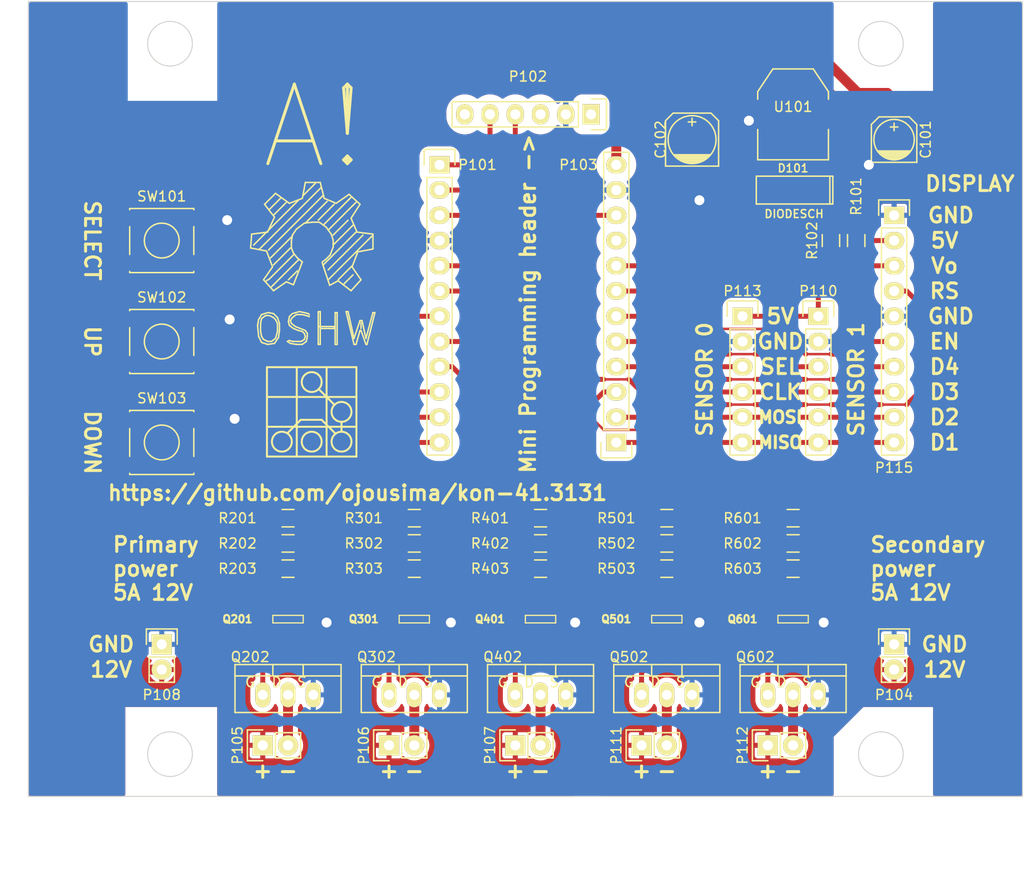
<source format=kicad_pcb>
(kicad_pcb (version 20221018) (generator pcbnew)
  (layers (0 "F.Cu" signal) (31 "B.Cu" signal) (34 "B.Paste" user) (35 "F.Paste" user) (36 "B.SilkS" user "B.Silkscreen") (37 "F.SilkS" user "F.Silkscreen") (38 "B.Mask" user) (39 "F.Mask" user) (44 "Edge.Cuts" user))
  (net 0 "")
  (net 1 "/TXO")
  (net 2 "/RXI")
  (net 3 "/PWM0/INV_PWM")
  (net 4 "/PWM1/INV_PWM")
  (net 5 "/PWM2/INV_PWM")
  (net 6 "/MOSI")
  (net 7 "/MISO")
  (net 8 "/SCLK")
  (net 9 "/SEL0")
  (net 10 "/SEL1")
  (net 11 "/SEL2")
  (net 12 "/PWM0/12V")
  (net 13 "/PWM0/Drain")
  (net 14 "/PWM1/Drain")
  (net 15 "/PWM2/Drain")
  (net 16 "/5V")
  (net 17 "Net-(Q201-Pad2)")
  (net 18 "Net-(Q201-Pad3)")
  (net 19 "Net-(Q301-Pad2)")
  (net 20 "Net-(Q301-Pad3)")
  (net 21 "Net-(Q401-Pad2)")
  (net 22 "Net-(Q401-Pad3)")
  (net 23 "/RS")
  (net 24 "/BT0")
  (net 25 "/PWM3/INV_PWM")
  (net 26 "/BT1")
  (net 27 "/BT2")
  (net 28 "Net-(P102-Pad1)")
  (net 29 "/Vcc")
  (net 30 "/DTR")
  (net 31 "/PWM4/INV_PWM")
  (net 32 "/PWM3/Drain")
  (net 33 "/PWM4/Drain")
  (net 34 "/Vo")
  (net 35 "Net-(Q501-Pad2)")
  (net 36 "Net-(Q501-Pad3)")
  (net 37 "Net-(Q601-Pad2)")
  (net 38 "Net-(Q601-Pad3)")
  (net 39 "/RESET")
  (net 40 "GND")
  (net 41 "/D4")
  (net 42 "/3V3")
  (net 43 "/PWM3/12V")
  (footprint "Pin_Headers:Pin_Header_Straight_1x06" (layer "F.Cu") (at 101.6 86.36 -90)
    (fp_text reference "P102")
    (fp_text value "CONN_01X06")
  )
  (footprint "Pin_Headers:Pin_Header_Straight_1x02" (layer "F.Cu") (at 119.38 149.86 90)
    (fp_text reference "P112")
    (fp_text value "CONN_01X02")
  )
  (footprint "Pin_Headers:Pin_Header_Straight_1x06" (layer "F.Cu") (at 116.84 106.68)
    (fp_text reference "P113")
    (fp_text value "CONN_01X06")
  )
  (footprint "Pin_Headers:Pin_Header_Straight_1x10" (layer "F.Cu") (at 132.08 96.52)
    (fp_text reference "P115")
    (fp_text value "CONN_01X10")
  )
  (footprint "smd_packages_fork:SOT23EBC" (layer "F.Cu") (at 109.22 137.16 180)
    (fp_text reference "Q501")
    (fp_text value "BC850" hide)
  )
  (footprint "Transistors_TO-220:TO-220_FET-GDS_Vertical" (layer "F.Cu") (at 109.22 144.78)
    (fp_text reference "Q502")
    (fp_text value "IRF530N")
  )
  (footprint "smd_packages_fork:SOT23EBC" (layer "F.Cu") (at 121.92 137.16 180)
    (fp_text reference "Q601")
    (fp_text value "BC850" hide)
  )
  (footprint "Resistors_SMD:R_0805_HandSoldering" (layer "F.Cu") (at 125.73 99.06 -90)
    (fp_text reference "R101")
    (fp_text value "R")
  )
  (footprint "Resistors_SMD:R_0805_HandSoldering" (layer "F.Cu") (at 128.27 99.06 90)
    (fp_text reference "R102")
    (fp_text value "R")
  )
  (footprint "Resistors_SMD:R_0805_HandSoldering" (layer "F.Cu") (at 109.22 129.54)
    (fp_text reference "R502")
    (fp_text value "1k")
  )
  (footprint "Resistors_SMD:R_0805_HandSoldering" (layer "F.Cu") (at 109.22 132.08)
    (fp_text reference "R503")
    (fp_text value "10k")
  )
  (footprint "Resistors_SMD:R_0805_HandSoldering" (layer "F.Cu") (at 121.92 127)
    (fp_text reference "R601")
    (fp_text value "10k")
  )
  (footprint "Resistors_SMD:R_0805_HandSoldering" (layer "F.Cu") (at 121.92 129.54)
    (fp_text reference "R602")
    (fp_text value "1k")
  )
  (footprint "Resistors_SMD:R_0805_HandSoldering" (layer "F.Cu") (at 121.92 132.08)
    (fp_text reference "R603")
    (fp_text value "10k")
  )
  (footprint "SMD_Switches:SW_SPST_PTS645" (layer "F.Cu") (at 58.42 99.06)
    (fp_text reference "SW101")
    (fp_text value "SPST")
  )
  (footprint "SMD_Switches:SW_SPST_PTS645" (layer "F.Cu") (at 58.42 109.22)
    (fp_text reference "SW102")
    (fp_text value "SPST")
  )
  (footprint "SMD_Switches:SW_SPST_PTS645" (layer "F.Cu") (at 58.42 119.38)
    (fp_text reference "SW103")
    (fp_text value "SPST")
  )
  (footprint "Pin_Headers:Pin_Header_Straight_1x12" (layer "F.Cu") (at 86.36 91.44)
    (fp_text reference "P101")
    (fp_text value "CONN_01X12")
  )
  (footprint "Pin_Headers:Pin_Header_Straight_1x12" (layer "F.Cu") (at 104.14 119.38 180)
    (fp_text reference "P103")
    (fp_text value "CONN_01X12")
  )
  (footprint "Pin_Headers:Pin_Header_Straight_1x02" (layer "F.Cu") (at 68.58 149.86 90)
    (fp_text reference "P105")
    (fp_text value "CONN_01X02")
  )
  (footprint "Pin_Headers:Pin_Header_Straight_1x02" (layer "F.Cu") (at 81.28 149.86 90)
    (fp_text reference "P106")
    (fp_text value "CONN_01X02")
  )
  (footprint "Pin_Headers:Pin_Header_Straight_1x02" (layer "F.Cu") (at 93.98 149.86 90)
    (fp_text reference "P107")
    (fp_text value "CONN_01X02")
  )
  (footprint "Pin_Headers:Pin_Header_Straight_1x06" (layer "F.Cu") (at 124.46 106.68)
    (fp_text reference "P110")
    (fp_text value "CONN_01X06")
  )
  (footprint "smd_packages_fork:SOT23EBC" (layer "F.Cu") (at 71.12 137.16 180)
    (fp_text reference "Q201")
    (fp_text value "BC850" hide)
  )
  (footprint "Transistors_TO-220:TO-220_FET-GDS_Vertical" (layer "F.Cu") (at 71.12 144.78)
    (fp_text reference "Q202")
    (fp_text value "IRF530N")
  )
  (footprint "smd_packages_fork:SOT23EBC" (layer "F.Cu") (at 83.82 137.16 180)
    (fp_text reference "Q301")
    (fp_text value "BC850" hide)
  )
  (footprint "smd_packages_fork:SOT23EBC" (layer "F.Cu") (at 96.52 137.16 180)
    (fp_text reference "Q401")
    (fp_text value "BC850" hide)
  )
  (footprint "Transistors_TO-220:TO-220_FET-GDS_Vertical" (layer "F.Cu") (at 96.52 144.78)
    (fp_text reference "Q402")
    (fp_text value "IRF530N")
  )
  (footprint "Resistors_SMD:R_0805_HandSoldering" (layer "F.Cu") (at 71.12 127)
    (fp_text reference "R201")
    (fp_text value "10k")
  )
  (footprint "Resistors_SMD:R_0805_HandSoldering" (layer "F.Cu") (at 71.12 129.54)
    (fp_text reference "R202")
    (fp_text value "1k")
  )
  (footprint "Resistors_SMD:R_0805_HandSoldering" (layer "F.Cu") (at 71.12 132.08)
    (fp_text reference "R203")
    (fp_text value "10k")
  )
  (footprint "Resistors_SMD:R_0805_HandSoldering" (layer "F.Cu") (at 83.82 127)
    (fp_text reference "R301")
    (fp_text value "10k")
  )
  (footprint "Resistors_SMD:R_0805_HandSoldering" (layer "F.Cu") (at 83.82 129.54)
    (fp_text reference "R302")
    (fp_text value "1k")
  )
  (footprint "Resistors_SMD:R_0805_HandSoldering" (layer "F.Cu") (at 83.82 132.08)
    (fp_text reference "R303")
    (fp_text value "10k")
  )
  (footprint "Resistors_SMD:R_0805_HandSoldering" (layer "F.Cu") (at 96.52 127)
    (fp_text reference "R401")
    (fp_text value "10k")
  )
  (footprint "Resistors_SMD:R_0805_HandSoldering" (layer "F.Cu") (at 96.52 129.54)
    (fp_text reference "R402")
    (fp_text value "1k")
  )
  (footprint "Resistors_SMD:R_0805_HandSoldering" (layer "F.Cu") (at 96.52 132.08)
    (fp_text reference "R403")
    (fp_text value "10k")
  )
  (footprint "Pin_Headers:Pin_Header_Straight_1x02" (layer "F.Cu") (at 58.42 139.7)
    (fp_text reference "P108")
    (fp_text value "CONN_01X02")
  )
  (footprint "Pin_Headers:Pin_Header_Straight_1x02" (layer "F.Cu") (at 106.68 149.86 90)
    (fp_text reference "P111")
    (fp_text value "CONN_01X02")
  )
  (footprint "Resistors_SMD:R_0805_HandSoldering" (layer "F.Cu") (at 109.22 127)
    (fp_text reference "R501")
    (fp_text value "10k")
  )
  (footprint "Transistors_TO-220:TO-220_FET-GDS_Vertical" (layer "F.Cu") (at 121.92 144.78)
    (fp_text reference "Q602")
    (fp_text value "IRF530N")
  )
  (footprint "Transistors_TO-220:TO-220_FET-GDS_Vertical" (layer "F.Cu") (at 83.82 144.78)
    (fp_text reference "Q302")
    (fp_text value "IRF530N")
  )
  (footprint "SMD_Capacitors:c_elec_4x5.3" (layer "F.Cu") (at 132.08 88.9 90)
    (fp_text reference "C101")
    (fp_text value "10u")
  )
  (footprint "Pin_Headers:Pin_Header_Straight_1x02" (layer "F.Cu") (at 132.08 139.7)
    (fp_text reference "P104")
    (fp_text value "CONN_01X02")
  )
  (footprint "SMD_Packages:SOT-223" (layer "F.Cu") (at 121.92 86.36)
    (fp_text reference "U101")
    (fp_text value "LD1117S50TR")
  )
  (footprint "smd_diodes:SMA_WAVE" (layer "F.Cu") (at 121.92 93.98)
    (fp_text reference "D101")
    (fp_text value "DIODESCH")
  )
  (footprint "Symbols:Symbol_OSHW-Logo_SilkScreen_BIG" (layer "F.Cu") (at 73.66 80.01)
    (fp_text reference "LOGO101" hide)
    (fp_text value "OPEN_HARDWARE_2")
  )
  (footprint "SMD_Capacitors:c_elec_5x5.8" (layer "F.Cu") (at 111.76 88.9 90)
    (fp_text reference "C102")
    (fp_text value "100u")
  )
  (gr_line (start 69 117.8) (end 78 117.8) (stroke (width 0.2)) (layer "F.SilkS"))
  (gr_line (start 75 111.8) (end 75 120.8) (stroke (width 0.2)) (layer "F.SilkS"))
  (gr_circle (center 73.5 119.3) (end 74.5 119.3) (stroke (width 0.2)) (fill none) (layer "F.SilkS"))
  (gr_line (start 69 111.8) (end 78 111.8) (stroke (width 0.2)) (layer "F.SilkS"))
  (gr_line (start 71.1 118.4) (end 72.4 117.1) (stroke (width 0.2)) (layer "F.SilkS"))
  (gr_line (start 69 120.8) (end 69 111.8) (stroke (width 0.2)) (layer "F.SilkS"))
  (gr_line (start 74.2 114) (end 75.8 115.6) (stroke (width 0.2)) (layer "F.SilkS"))
  (gr_line (start 72 111.8) (end 72 120.8) (stroke (width 0.2)) (layer "F.SilkS"))
  (gr_line (start 78 120.8) (end 69 120.8) (stroke (width 0.2)) (layer "F.SilkS"))
  (gr_circle (center 76.5 116.3) (end 77.5 116.3) (stroke (width 0.2)) (fill none) (layer "F.SilkS"))
  (gr_circle (center 73.5 113.3) (end 74.5 113.3) (stroke (width 0.2)) (fill none) (layer "F.SilkS"))
  (gr_line (start 78 111.8) (end 78 120.8) (stroke (width 0.2)) (layer "F.SilkS"))
  (gr_circle (center 76.5 119.3) (end 77.5 119.3) (stroke (width 0.2)) (fill none) (layer "F.SilkS"))
  (gr_line (start 74.5 117.1) (end 75.9 118.5) (stroke (width 0.2)) (layer "F.SilkS"))
  (gr_line (start 69 114.8) (end 78 114.8) (stroke (width 0.2)) (layer "F.SilkS"))
  (gr_circle (center 70.5 119.3) (end 71.5 119.3) (stroke (width 0.2)) (fill none) (layer "F.SilkS"))
  (gr_line (start 76.5 118.3) (end 76.5 117.3) (stroke (width 0.2)) (layer "F.SilkS"))
  (gr_line (start 72.4 117.1) (end 74.5 117.1) (stroke (width 0.2)) (layer "F.SilkS"))
  (gr_circle (center 59.25 79.25) (end 61.5 79.25) (stroke (width 0.1)) (fill none) (layer "Edge.Cuts"))
  (gr_line (start 45 75) (end 45 155) (stroke (width 0.1)) (layer "Edge.Cuts"))
  (gr_line (start 145 75) (end 50 75) (stroke (width 0.1)) (layer "Edge.Cuts"))
  (gr_line (start 50 75) (end 45 75) (stroke (width 0.1)) (layer "Edge.Cuts"))
  (gr_line (start 145 155) (end 145 75) (stroke (width 0.1)) (layer "Edge.Cuts"))
  (gr_circle (center 130.75 150.75) (end 133 150.75) (stroke (width 0.1)) (fill none) (layer "Edge.Cuts"))
  (gr_circle (center 130.75 79.25) (end 128.5 79.25) (stroke (width 0.1)) (fill none) (layer "Edge.Cuts"))
  (gr_line (start 45 155) (end 145 155) (stroke (width 0.1)) (layer "Edge.Cuts"))
  (gr_circle (center 59.25 150.75) (end 61.5 150.75) (stroke (width 0.1)) (fill none) (layer "Edge.Cuts"))
  (gr_text "-" (at 109.22 152.4) (layer "F.SilkS") (effects (font (size 1.5 1.5) (thickness 0.3))))
  (gr_text "+" (at 106.68 152.4) (layer "F.SilkS") (effects (font (size 1.5 1.5) (thickness 0.3))))
  (gr_text "+" (at 81.28 152.4) (layer "F.SilkS") (effects (font (size 1.5 1.5) (thickness 0.3))))
  (gr_text "-" (at 83.82 152.4) (layer "F.SilkS") (effects (font (size 1.5 1.5) (thickness 0.3))))
  (gr_text "-" (at 96.52 152.4) (layer "F.SilkS") (effects (font (size 1.5 1.5) (thickness 0.3))))
  (gr_text "+" (at 93.98 152.4) (layer "F.SilkS") (effects (font (size 1.5 1.5) (thickness 0.3))))
  (gr_text "-" (at 71.12 152.4) (layer "F.SilkS") (effects (font (size 1.5 1.5) (thickness 0.3))))
  (gr_text "+" (at 68.58 152.4) (layer "F.SilkS") (effects (font (size 1.5 1.5) (thickness 0.3))))
  (gr_text "SEL" (at 120.65 111.76) (layer "F.SilkS") (effects (font (size 1.5 1.5) (thickness 0.3))))
  (gr_text "https://github.com/ojousima/kon-41.3131" (at 78.105 124.46) (layer "F.SilkS") (effects (font (size 1.5 1.5) (thickness 0.3))))
  (gr_text "GND" (at 137.795 106.68) (layer "F.SilkS") (effects (font (size 1.5 1.5) (thickness 0.3))))
  (gr_text "GND" (at 120.65 109.22) (layer "F.SilkS") (effects (font (size 1.5 1.5) (thickness 0.3))))
  (gr_text "D3" (at 137.16 114.3) (layer "F.SilkS") (effects (font (size 1.5 1.5) (thickness 0.3))))
  (gr_text "RS" (at 137.16 104.14) (layer "F.SilkS") (effects (font (size 1.5 1.5) (thickness 0.3))))
  (gr_text "D2" (at 137.16 116.84) (layer "F.SilkS") (effects (font (size 1.5 1.5) (thickness 0.3))))
  (gr_text "UP" (at 51.435 109.22 270) (layer "F.SilkS") (effects (font (size 1.5 1.5) (thickness 0.3))))
  (gr_text "Vo" (at 137.16 101.6) (layer "F.SilkS") (effects (font (size 1.5 1.5) (thickness 0.3))))
  (gr_text "A!" (at 73.66 87.63) (layer "F.SilkS") (effects (font (size 8 8) (thickness 0.3))))
  (gr_text "GND" (at 53.34 139.7) (layer "F.SilkS") (effects (font (size 1.5 1.5) (thickness 0.3))))
  (gr_text "5V" (at 120.65 106.68) (layer "F.SilkS") (effects (font (size 1.5 1.5) (thickness 0.3))))
  (gr_text "DOWN" (at 51.435 119.38 270) (layer "F.SilkS") (effects (font (size 1.5 1.5) (thickness 0.3))))
  (gr_text "EN" (at 137.16 109.22) (layer "F.SilkS") (effects (font (size 1.5 1.5) (thickness 0.3))))
  (gr_text "12V" (at 137.16 142.24) (layer "F.SilkS") (effects (font (size 1.5 1.5) (thickness 0.3))))
  (gr_text "SELECT" (at 51.435 99.06 270) (layer "F.SilkS") (effects (font (size 1.5 1.5) (thickness 0.3))))
  (gr_text "5V" (at 137.16 99.06) (layer "F.SilkS") (effects (font (size 1.5 1.5) (thickness 0.3))))
  (gr_text "D4" (at 137.16 111.76) (layer "F.SilkS") (effects (font (size 1.5 1.5) (thickness 0.3))))
  (gr_text "Mini Programming header ->" (at 95.25 105.41 90) (layer "F.SilkS") (effects (font (size 1.5 1.5) (thickness 0.3))))
  (gr_text "-" (at 121.92 152.4) (layer "F.SilkS") (effects (font (size 1.5 1.5) (thickness 0.3))))
  (gr_text "Secondary \npower\n5A 12V" (at 129.54 132.08) (layer "F.SilkS") (effects (font (size 1.5 1.5) (thickness 0.3)) (justify left)))
  (gr_text "GND" (at 137.795 96.52) (layer "F.SilkS") (effects (font (size 1.5 1.5) (thickness 0.3))))
  (gr_text "DISPLAY" (at 139.7 93.345) (layer "F.SilkS") (effects (font (size 1.5 1.5) (thickness 0.3))))
  (gr_text "MISO" (at 120.65 119.38) (layer "F.SilkS") (effects (font (size 1.2 1.2) (thickness 0.3))))
  (gr_text "Primary \npower \n5A 12V" (at 53.34 132.08) (layer "F.SilkS") (effects (font (size 1.5 1.5) (thickness 0.3)) (justify left)))
  (gr_text "CLK" (at 120.65 114.3) (layer "F.SilkS") (effects (font (size 1.5 1.5) (thickness 0.3))))
  (gr_text "GND" (at 137.16 139.7) (layer "F.SilkS") (effects (font (size 1.5 1.5) (thickness 0.3))))
  (gr_text "+" (at 119.38 152.4) (layer "F.SilkS") (effects (font (size 1.5 1.5) (thickness 0.3))))
  (gr_text "D1" (at 137.16 119.38) (layer "F.SilkS") (effects (font (size 1.5 1.5) (thickness 0.3))))
  (gr_text "12V" (at 53.34 142.24) (layer "F.SilkS") (effects (font (size 1.5 1.5) (thickness 0.3))))
  (gr_text "MOSI" (at 120.65 116.84) (layer "F.SilkS") (effects (font (size 1.2 1.2) (thickness 0.3))))
  (gr_text "SENSOR 0" (at 113.03 113.03 90) (layer "F.SilkS") (effects (font (size 1.5 1.5) (thickness 0.3))))
  (gr_text "SENSOR 1" (at 128.27 113.03 90) (layer "F.SilkS") (effects (font (size 1.5 1.5) (thickness 0.3))))
  (segment (start 89.81 91.44) (end 91.44 89.81) (width 0.5) (layer "F.Cu") (net 1))
  (segment (start 91.44 89.81) (end 91.44 86.36) (width 0.5) (layer "F.Cu") (net 1))
  (segment (start 86.36 91.44) (end 89.81 91.44) (width 0.5) (layer "F.Cu") (net 1))
  (segment (start 90.52 93.98) (end 93.98 90.52) (width 0.5) (layer "F.Cu") (net 2))
  (segment (start 93.98 90.52) (end 93.98 86.36) (width 0.5) (layer "F.Cu") (net 2))
  (segment (start 86.36 93.98) (end 90.52 93.98) (width 0.5) (layer "F.Cu") (net 2))
  (segment (start 74.93 127) (end 82.55 119.38) (width 0.5) (layer "F.Cu") (net 3))
  (segment (start 82.55 119.38) (end 86.36 119.38) (width 0.5) (layer "F.Cu") (net 3))
  (segment (start 72.47 127) (end 72.47 129.54) (width 0.25) (layer "F.Cu") (net 3))
  (segment (start 72.47 127) (end 74.93 127) (width 0.5) (layer "F.Cu") (net 3))
  (segment (start 85.17 127) (end 85.17 129.54) (width 0.25) (layer "F.Cu") (net 4))
  (segment (start 87.63 111.76) (end 88.9 113.03) (width 0.5) (layer "F.Cu") (net 4))
  (segment (start 88.9 113.03) (end 88.9 125.73) (width 0.5) (layer "F.Cu") (net 4))
  (segment (start 88.9 125.73) (end 87.63 127) (width 0.5) (layer "F.Cu") (net 4))
  (segment (start 87.63 127) (end 85.17 127) (width 0.5) (layer "F.Cu") (net 4))
  (segment (start 86.36 111.76) (end 87.63 111.76) (width 0.5) (layer "F.Cu") (net 4))
  (segment (start 97.87 127) (end 97.87 129.54) (width 0.25) (layer "F.Cu") (net 5))
  (segment (start 90.17 109.22) (end 97.87 116.92) (width 0.5) (layer "F.Cu") (net 5))
  (segment (start 97.87 116.92) (end 97.87 127) (width 0.5) (layer "F.Cu") (net 5))
  (segment (start 86.36 109.22) (end 90.17 109.22) (width 0.5) (layer "F.Cu") (net 5))
  (segment (start 124.46 116.84) (end 132.08 116.84) (width 0.5) (layer "F.Cu") (net 6))
  (segment (start 116.84 116.84) (end 124.46 116.84) (width 0.5) (layer "F.Cu") (net 6))
  (segment (start 104.14 116.84) (end 116.84 116.84) (width 0.5) (layer "F.Cu") (net 6))
  (segment (start 102.87 114.3) (end 101.6 115.57) (width 0.5) (layer "F.Cu") (net 7))
  (segment (start 101.6 115.57) (end 101.6 116.84) (width 0.5) (layer "F.Cu") (net 7))
  (segment (start 102.87 118.11) (end 106.68 118.11) (width 0.25) (layer "F.Cu") (net 7))
  (segment (start 111.76 118.11) (end 113.03 119.38) (width 0.5) (layer "F.Cu") (net 7))
  (segment (start 113.03 119.38) (end 116.84 119.38) (width 0.5) (layer "F.Cu") (net 7))
  (segment (start 101.6 116.84) (end 102.87 118.11) (width 0.25) (layer "F.Cu") (net 7))
  (segment (start 124.46 119.38) (end 132.08 119.38) (width 0.5) (layer "F.Cu") (net 7))
  (segment (start 104.14 114.3) (end 102.87 114.3) (width 0.5) (layer "F.Cu") (net 7))
  (segment (start 116.84 119.38) (end 124.46 119.38) (width 0.5) (layer "F.Cu") (net 7))
  (segment (start 106.68 118.11) (end 111.76 118.11) (width 0.5) (layer "F.Cu") (net 7))
  (segment (start 107.95 111.76) (end 110.49 114.3) (width 0.5) (layer "F.Cu") (net 8))
  (segment (start 110.49 114.3) (end 116.84 114.3) (width 0.5) (layer "F.Cu") (net 8))
  (segment (start 116.84 114.3) (end 124.46 114.3) (width 0.5) (layer "F.Cu") (net 8))
  (segment (start 104.14 111.76) (end 107.95 111.76) (width 0.5) (layer "F.Cu") (net 8))
  (segment (start 124.46 114.3) (end 132.08 114.3) (width 0.5) (layer "F.Cu") (net 8))
  (segment (start 107.95 106.68) (end 113.03 111.76) (width 0.5) (layer "F.Cu") (net 9))
  (segment (start 113.03 111.76) (end 116.84 111.76) (width 0.5) (layer "F.Cu") (net 9))
  (segment (start 104.14 106.68) (end 107.95 106.68) (width 0.5) (layer "F.Cu") (net 9))
  (segment (start 107.95 104.14) (end 114.3 110.49) (width 0.5) (layer "F.Cu") (net 10))
  (segment (start 120.65 110.49) (end 121.92 111.76) (width 0.5) (layer "F.Cu") (net 10))
  (segment (start 121.92 111.76) (end 124.46 111.76) (width 0.5) (layer "F.Cu") (net 10))
  (segment (start 118.11 110.49) (end 115.57 110.49) (width 0.25) (layer "F.Cu") (net 10))
  (segment (start 104.14 104.14) (end 107.95 104.14) (width 0.5) (layer "F.Cu") (net 10))
  (segment (start 118.11 110.49) (end 120.65 110.49) (width 0.5) (layer "F.Cu") (net 10))
  (segment (start 115.57 110.49) (end 114.3 110.49) (width 0.5) (layer "F.Cu") (net 10))
  (segment (start 107.95 101.6) (end 114.3 107.95) (width 0.5) (layer "F.Cu") (net 11))
  (segment (start 120.65 107.95) (end 123.19 110.49) (width 0.5) (layer "F.Cu") (net 11))
  (segment (start 127 110.49) (end 128.27 109.22) (width 0.5) (layer "F.Cu") (net 11))
  (segment (start 128.27 109.22) (end 132.08 109.22) (width 0.5) (layer "F.Cu") (net 11))
  (segment (start 119.38 107.95) (end 114.3 107.95) (width 0.25) (layer "F.Cu") (net 11))
  (segment (start 125.73 110.49) (end 127 110.49) (width 0.5) (layer "F.Cu") (net 11))
  (segment (start 104.14 101.6) (end 107.95 101.6) (width 0.5) (layer "F.Cu") (net 11))
  (segment (start 125.73 110.49) (end 123.19 110.49) (width 0.25) (layer "F.Cu") (net 11))
  (segment (start 119.38 107.95) (end 120.65 107.95) (width 0.5) (layer "F.Cu") (net 11))
  (segment (start 51.14 142.24) (end 49.5 140.6) (width 1) (layer "F.Cu") (net 12))
  (segment (start 49.5 140.6) (end 49.5 92.4) (width 1) (layer "F.Cu") (net 12))
  (segment (start 49.5 92.4) (end 54.9 87) (width 1) (layer "F.Cu") (net 12))
  (segment (start 54.9 87) (end 66.5 87) (width 1) (layer "F.Cu") (net 12))
  (segment (start 66.5 87) (end 74.2 79.3) (width 1) (layer "F.Cu") (net 12))
  (segment (start 129.2 84.2) (end 131.4 84.2) (width 1) (layer "F.Cu") (net 12))
  (segment (start 131.4 84.2) (end 132.08 84.88) (width 1) (layer "F.Cu") (net 12))
  (segment (start 132.08 87.09914) (end 132.08 84.88) (width 1) (layer "F.Cu") (net 12))
  (segment (start 128.45 84.2) (end 123.55 79.3) (width 1) (layer "F.Cu") (net 12))
  (segment (start 123.55 79.3) (end 123.5 79.25) (width 1) (layer "F.Cu") (net 12))
  (segment (start 123.5 79.25) (end 123.5 79.3) (width 1) (layer "F.Cu") (net 12))
  (segment (start 74.25 79.25) (end 74.2 79.3) (width 1) (layer "F.Cu") (net 12))
  (segment (start 128.90086 87.09914) (end 127.5 88.5) (width 1) (layer "F.Cu") (net 12))
  (segment (start 127.5 88.5) (end 127.5 93.5) (width 1) (layer "F.Cu") (net 12))
  (segment (start 127.5 93.5) (end 127.02 93.98) (width 1) (layer "F.Cu") (net 12))
  (segment (start 127.02 93.98) (end 123.92 93.98) (width 1) (layer "F.Cu") (net 12))
  (segment (start 123.92 89.948) (end 124.206 89.662) (width 1) (layer "F.Cu") (net 12))
  (segment (start 129.2 84.2) (end 128.45 84.2) (width 1) (layer "F.Cu") (net 12))
  (segment (start 123.5 79.25) (end 74.25 79.25) (width 1) (layer "F.Cu") (net 12))
  (segment (start 123.92 93.98) (end 123.92 89.948) (width 1) (layer "F.Cu") (net 12))
  (segment (start 132.08 87.09914) (end 128.90086 87.09914) (width 1) (layer "F.Cu") (net 12))
  (segment (start 51.14 142.24) (end 58.42 142.24) (width 1) (layer "F.Cu") (net 12))
  (segment (start 71.12 144.78) (end 71.12 149.86) (width 1) (layer "F.Cu") (net 13))
  (segment (start 83.82 144.78) (end 83.82 149.86) (width 1) (layer "F.Cu") (net 14))
  (segment (start 96.52 144.78) (end 96.52 149.86) (width 1) (layer "F.Cu") (net 15))
  (segment (start 114.59914 87.09914) (end 116 88.5) (width 1) (layer "F.Cu") (net 16))
  (segment (start 116 88.5) (end 116 93.25) (width 1) (layer "F.Cu") (net 16))
  (segment (start 116 93.25) (end 116.73 93.98) (width 1) (layer "F.Cu") (net 16))
  (segment (start 116.73 93.98) (end 119.92 93.98) (width 1) (layer "F.Cu") (net 16))
  (segment (start 121.92 90.33) (end 120.5 91.75) (width 1) (layer "F.Cu") (net 16))
  (segment (start 120.5 91.75) (end 120.5 93.4) (width 1) (layer "F.Cu") (net 16))
  (segment (start 120.5 93.4) (end 119.92 93.98) (width 1) (layer "F.Cu") (net 16))
  (segment (start 105.90086 87.09914) (end 104.14 88.86) (width 1) (layer "F.Cu") (net 16))
  (segment (start 104.14 88.86) (end 104.14 91.44) (width 1) (layer "F.Cu") (net 16))
  (segment (start 124.46 100.29) (end 124.46 100.3) (width 0.5) (layer "F.Cu") (net 16))
  (segment (start 119.92 102.17) (end 121.5 103.75) (width 0.5) (layer "F.Cu") (net 16))
  (segment (start 121.5 103.75) (end 124.46 103.75) (width 0.5) (layer "F.Cu") (net 16))
  (segment (start 124.46 103.75) (end 124.46 106.68) (width 0.5) (layer "F.Cu") (net 16))
  (segment (start 124.46 100.3) (end 124.46 103.75) (width 0.5) (layer "F.Cu") (net 16))
  (segment (start 124.46 98.04) (end 124.79 97.71) (width 0.5) (layer "F.Cu") (net 16))
  (segment (start 124.79 97.71) (end 125.73 97.71) (width 0.5) (layer "F.Cu") (net 16))
  (segment (start 125.8 99.06) (end 125.69 99.06) (width 0.5) (layer "F.Cu") (net 16))
  (segment (start 124.46 99.06) (end 124.4 99) (width 0.5) (layer "F.Cu") (net 16))
  (segment (start 124.4 99) (end 124.46 99) (width 0.5) (layer "F.Cu") (net 16))
  (segment (start 124.46 99) (end 124.46 98.04) (width 0.5) (layer "F.Cu") (net 16))
  (segment (start 111.76 87.09914) (end 105.90086 87.09914) (width 1) (layer "F.Cu") (net 16))
  (segment (start 125.8 99.06) (end 124.46 99.06) (width 0.5) (layer "F.Cu") (net 16))
  (segment (start 119.92 93.98) (end 119.92 102.17) (width 0.5) (layer "F.Cu") (net 16))
  (segment (start 132.08 99.06) (end 125.8 99.06) (width 0.5) (layer "F.Cu") (net 16))
  (segment (start 111.76 87.09914) (end 114.59914 87.09914) (width 1) (layer "F.Cu") (net 16))
  (segment (start 124.46 100.3) (end 124.46 99) (width 0.5) (layer "F.Cu") (net 16))
  (segment (start 121.92 89.662) (end 121.92 90.33) (width 1) (layer "F.Cu") (net 16))
  (segment (start 116.84 106.68) (end 124.46 106.68) (width 0.5) (layer "F.Cu") (net 16))
  (segment (start 69.176 138.176) (end 68.8 137.8) (width 0.5) (layer "F.Cu") (net 17))
  (segment (start 68.8 137.8) (end 68.8 135.5) (width 0.5) (layer "F.Cu") (net 17))
  (segment (start 68.8 135.5) (end 71.2 133.1) (width 0.5) (layer "F.Cu") (net 17))
  (segment (start 71.2 133.1) (end 71.2 129.8) (width 0.5) (layer "F.Cu") (net 17))
  (segment (start 71.2 129.8) (end 70.94 129.54) (width 0.5) (layer "F.Cu") (net 17))
  (segment (start 70.94 129.54) (end 69.77 129.54) (width 0.5) (layer "F.Cu") (net 17))
  (segment (start 70.231 138.176) (end 69.176 138.176) (width 0.5) (layer "F.Cu") (net 17))
  (segment (start 72.47 133.23) (end 71.12 134.58) (width 0.5) (layer "F.Cu") (net 18))
  (segment (start 71.12 134.58) (end 71.12 136.144) (width 0.5) (layer "F.Cu") (net 18))
  (segment (start 72.856 136.144) (end 74 135) (width 0.5) (layer "F.Cu") (net 18))
  (segment (start 74 135) (end 75.4 135) (width 0.5) (layer "F.Cu") (net 18))
  (segment (start 75.4 135) (end 77 136.6) (width 0.5) (layer "F.Cu") (net 18))
  (segment (start 77 136.6) (end 77 138.8) (width 0.5) (layer "F.Cu") (net 18))
  (segment (start 77 138.8) (end 75.4 140.4) (width 0.5) (layer "F.Cu") (net 18))
  (segment (start 75.4 140.4) (end 70.1 140.4) (width 0.5) (layer "F.Cu") (net 18))
  (segment (start 70.1 140.4) (end 68.58 141.92) (width 0.5) (layer "F.Cu") (net 18))
  (segment (start 68.58 141.92) (end 68.58 144.78) (width 0.5) (layer "F.Cu") (net 18))
  (segment (start 71.12 136.144) (end 72.856 136.144) (width 0.5) (layer "F.Cu") (net 18))
  (segment (start 72.47 132.08) (end 72.47 133.23) (width 0.5) (layer "F.Cu") (net 18))
  (segment (start 82.931 138.176) (end 81.876 138.176) (width 0.5) (layer "F.Cu") (net 19))
  (segment (start 83.64 129.54) (end 82.47 129.54) (width 0.5) (layer "F.Cu") (net 19))
  (segment (start 83.9 129.8) (end 83.64 129.54) (width 0.5) (layer "F.Cu") (net 19))
  (segment (start 83.9 133.1) (end 83.9 129.8) (width 0.5) (layer "F.Cu") (net 19))
  (segment (start 81.5 135.5) (end 83.9 133.1) (width 0.5) (layer "F.Cu") (net 19))
  (segment (start 81.5 137.8) (end 81.5 135.5) (width 0.5) (layer "F.Cu") (net 19))
  (segment (start 81.876 138.176) (end 81.5 137.8) (width 0.5) (layer "F.Cu") (net 19))
  (segment (start 85.17 132.08) (end 85.17 133.23) (width 0.5) (layer "F.Cu") (net 20))
  (segment (start 83.82 134.58) (end 83.82 136.144) (width 0.5) (layer "F.Cu") (net 20))
  (segment (start 85.17 133.23) (end 83.82 134.58) (width 0.5) (layer "F.Cu") (net 20))
  (segment (start 85.456 136.144) (end 86.1 135.5) (width 0.5) (layer "F.Cu") (net 20))
  (segment (start 86.1 135.5) (end 88.5 135.5) (width 0.5) (layer "F.Cu") (net 20))
  (segment (start 88.5 135.5) (end 89.4 136.4) (width 0.5) (layer "F.Cu") (net 20))
  (segment (start 89.4 136.4) (end 89.4 138.4) (width 0.5) (layer "F.Cu") (net 20))
  (segment (start 89.4 138.4) (end 87.5 140.3) (width 0.5) (layer "F.Cu") (net 20))
  (segment (start 87.5 140.3) (end 82.9 140.3) (width 0.5) (layer "F.Cu") (net 20))
  (segment (start 82.9 140.3) (end 81.28 141.92) (width 0.5) (layer "F.Cu") (net 20))
  (segment (start 81.28 141.92) (end 81.28 144.78) (width 0.5) (layer "F.Cu") (net 20))
  (segment (start 83.82 136.144) (end 85.456 136.144) (width 0.5) (layer "F.Cu") (net 20))
  (segment (start 94.576 138.176) (end 94.2 137.8) (width 0.5) (layer "F.Cu") (net 21))
  (segment (start 94.2 137.8) (end 94.2 135.5) (width 0.5) (layer "F.Cu") (net 21))
  (segment (start 94.2 135.5) (end 96.6 133.1) (width 0.5) (layer "F.Cu") (net 21))
  (segment (start 96.6 133.1) (end 96.6 129.8) (width 0.5) (layer "F.Cu") (net 21))
  (segment (start 96.6 129.8) (end 96.34 129.54) (width 0.5) (layer "F.Cu") (net 21))
  (segment (start 96.34 129.54) (end 95.17 129.54) (width 0.5) (layer "F.Cu") (net 21))
  (segment (start 95.631 138.176) (end 94.576 138.176) (width 0.5) (layer "F.Cu") (net 21))
  (segment (start 97.87 133.23) (end 96.52 134.58) (width 0.5) (layer "F.Cu") (net 22))
  (segment (start 96.52 134.58) (end 96.52 136.144) (width 0.5) (layer "F.Cu") (net 22))
  (segment (start 97.87 132.08) (end 97.87 133.23) (width 0.5) (layer "F.Cu") (net 22))
  (segment (start 98.106 136.144) (end 99 135.25) (width 0.5) (layer "F.Cu") (net 22))
  (segment (start 99 135.25) (end 100.75 135.25) (width 0.5) (layer "F.Cu") (net 22))
  (segment (start 100.75 135.25) (end 101.75 136.25) (width 0.5) (layer "F.Cu") (net 22))
  (segment (start 101.75 136.25) (end 101.75 139) (width 0.5) (layer "F.Cu") (net 22))
  (segment (start 101.75 139) (end 99.75 141) (width 0.5) (layer "F.Cu") (net 22))
  (segment (start 99.75 141) (end 95.25 141) (width 0.5) (layer "F.Cu") (net 22))
  (segment (start 95.25 141) (end 93.98 142.27) (width 0.5) (layer "F.Cu") (net 22))
  (segment (start 93.98 142.27) (end 93.98 144.78) (width 0.5) (layer "F.Cu") (net 22))
  (segment (start 96.52 136.144) (end 98.106 136.144) (width 0.5) (layer "F.Cu") (net 22))
  (segment (start 90.17 101.6) (end 101.6 113.03) (width 0.5) (layer "F.Cu") (net 23))
  (segment (start 101.6 113.03) (end 102.87 113.03) (width 0.5) (layer "F.Cu") (net 23))
  (segment (start 107.95 115.57) (end 115.57 115.57) (width 0.5) (layer "F.Cu") (net 23))
  (segment (start 134.62 114.3) (end 134.62 105.41) (width 0.5) (layer "F.Cu") (net 23))
  (segment (start 134.62 105.41) (end 133.35 104.14) (width 0.5) (layer "F.Cu") (net 23))
  (segment (start 133.35 104.14) (end 132.08 104.14) (width 0.5) (layer "F.Cu") (net 23))
  (segment (start 133.35 115.57) (end 130.81 115.57) (width 0.25) (layer "F.Cu") (net 23))
  (segment (start 125.73 115.57) (end 123.19 115.57) (width 0.25) (layer "F.Cu") (net 23))
  (segment (start 130.81 115.57) (end 125.73 115.57) (width 0.5) (layer "F.Cu") (net 23))
  (segment (start 123.19 115.57) (end 118.11 115.57) (width 0.5) (layer "F.Cu") (net 23))
  (segment (start 105.41 113.03) (end 102.87 113.03) (width 0.25) (layer "F.Cu") (net 23))
  (segment (start 118.11 115.57) (end 115.57 115.57) (width 0.25) (layer "F.Cu") (net 23))
  (segment (start 133.35 115.57) (end 134.62 114.3) (width 0.5) (layer "F.Cu") (net 23))
  (segment (start 86.36 101.6) (end 90.17 101.6) (width 0.5) (layer "F.Cu") (net 23))
  (segment (start 105.41 113.03) (end 107.95 115.57) (width 0.5) (layer "F.Cu") (net 23))
  (segment (start 73.66 106.68) (end 68.29 101.31) (width 0.5) (layer "F.Cu") (net 24))
  (segment (start 68.29 101.31) (end 62.395 101.31) (width 0.5) (layer "F.Cu") (net 24))
  (segment (start 86.36 106.68) (end 73.66 106.68) (width 0.5) (layer "F.Cu") (net 24))
  (segment (start 62.395 101.31) (end 54.445 101.31) (width 0.5) (layer "F.Cu") (net 24))
  (segment (start 110.57 127) (end 110.57 129.54) (width 0.25) (layer "F.Cu") (net 25))
  (segment (start 88.9 104.14) (end 100.33 115.57) (width 0.5) (layer "F.Cu") (net 25))
  (segment (start 100.33 115.57) (end 100.33 121.92) (width 0.5) (layer "F.Cu") (net 25))
  (segment (start 100.33 121.92) (end 101.6 123.19) (width 0.5) (layer "F.Cu") (net 25))
  (segment (start 101.6 123.19) (end 109.22 123.19) (width 0.5) (layer "F.Cu") (net 25))
  (segment (start 109.22 123.19) (end 110.57 124.54) (width 0.5) (layer "F.Cu") (net 25))
  (segment (start 110.57 124.54) (end 110.57 127) (width 0.5) (layer "F.Cu") (net 25))
  (segment (start 86.36 104.14) (end 88.9 104.14) (width 0.5) (layer "F.Cu") (net 25))
  (segment (start 77.47 114.3) (end 74.93 111.76) (width 0.5) (layer "F.Cu") (net 26))
  (segment (start 74.93 111.76) (end 62.23 111.76) (width 0.5) (layer "F.Cu") (net 26))
  (segment (start 62.23 111.76) (end 62.395 111.47) (width 0.5) (layer "F.Cu") (net 26))
  (segment (start 54.445 111.47) (end 62.395 111.47) (width 0.5) (layer "F.Cu") (net 26))
  (segment (start 86.36 114.3) (end 77.47 114.3) (width 0.5) (layer "F.Cu") (net 26))
  (segment (start 76.49 121.63) (end 81.28 116.84) (width 0.5) (layer "F.Cu") (net 27))
  (segment (start 81.28 116.84) (end 86.36 116.84) (width 0.5) (layer "F.Cu") (net 27))
  (segment (start 62.395 121.63) (end 76.49 121.63) (width 0.5) (layer "F.Cu") (net 27))
  (segment (start 54.445 121.63) (end 62.395 121.63) (width 0.5) (layer "F.Cu") (net 27))
  (segment (start 123.27 127) (end 123.27 129.54) (width 0.25) (layer "F.Cu") (net 31))
  (segment (start 110.49 119.38) (end 114.3 123.19) (width 0.5) (layer "F.Cu") (net 31))
  (segment (start 114.3 123.19) (end 121.92 123.19) (width 0.5) (layer "F.Cu") (net 31))
  (segment (start 121.92 123.19) (end 123.27 124.54) (width 0.5) (layer "F.Cu") (net 31))
  (segment (start 123.27 124.54) (end 123.27 127) (width 0.5) (layer "F.Cu") (net 31))
  (segment (start 104.14 119.38) (end 110.49 119.38) (width 0.5) (layer "F.Cu") (net 31))
  (segment (start 109.22 144.78) (end 109.22 149.86) (width 1) (layer "F.Cu") (net 32))
  (segment (start 121.92 144.78) (end 121.92 149.86) (width 1) (layer "F.Cu") (net 33))
  (segment (start 128.35 100.41) (end 129.54 101.6) (width 0.5) (layer "F.Cu") (net 34))
  (segment (start 129.54 101.6) (end 132.08 101.6) (width 0.5) (layer "F.Cu") (net 34))
  (segment (start 127 100.41) (end 128.35 100.41) (width 0.5) (layer "F.Cu") (net 34))
  (segment (start 125.73 100.41) (end 128.27 100.41) (width 0.5) (layer "F.Cu") (net 34))
  (segment (start 107.276 138.176) (end 106.9 137.8) (width 0.5) (layer "F.Cu") (net 35))
  (segment (start 106.9 137.8) (end 106.9 135.5) (width 0.5) (layer "F.Cu") (net 35))
  (segment (start 106.9 135.5) (end 109.3 133.1) (width 0.5) (layer "F.Cu") (net 35))
  (segment (start 109.3 133.1) (end 109.3 129.8) (width 0.5) (layer "F.Cu") (net 35))
  (segment (start 109.3 129.8) (end 109.04 129.54) (width 0.5) (layer "F.Cu") (net 35))
  (segment (start 109.04 129.54) (end 107.87 129.54) (width 0.5) (layer "F.Cu") (net 35))
  (segment (start 108.331 138.176) (end 107.276 138.176) (width 0.5) (layer "F.Cu") (net 35))
  (segment (start 110.57 133.23) (end 109.22 134.58) (width 0.5) (layer "F.Cu") (net 36))
  (segment (start 109.22 134.58) (end 109.22 136.144) (width 0.5) (layer "F.Cu") (net 36))
  (segment (start 110.57 132.08) (end 110.57 133.23) (width 0.5) (layer "F.Cu") (net 36))
  (segment (start 110.856 136.144) (end 111.5 135.5) (width 0.5) (layer "F.Cu") (net 36))
  (segment (start 111.5 135.5) (end 113.25 135.5) (width 0.5) (layer "F.Cu") (net 36))
  (segment (start 113.25 135.5) (end 114.5 136.75) (width 0.5) (layer "F.Cu") (net 36))
  (segment (start 114.5 136.75) (end 114.5 138.75) (width 0.5) (layer "F.Cu") (net 36))
  (segment (start 114.5 138.75) (end 112 141.25) (width 0.5) (layer "F.Cu") (net 36))
  (segment (start 112 141.25) (end 108 141.25) (width 0.5) (layer "F.Cu") (net 36))
  (segment (start 108 141.25) (end 106.68 142.57) (width 0.5) (layer "F.Cu") (net 36))
  (segment (start 106.68 142.57) (end 106.68 144.78) (width 0.5) (layer "F.Cu") (net 36))
  (segment (start 109.22 136.144) (end 110.856 136.144) (width 0.5) (layer "F.Cu") (net 36))
  (segment (start 121.031 138.176) (end 119.976 138.176) (width 0.5) (layer "F.Cu") (net 37))
  (segment (start 121.74 129.54) (end 120.57 129.54) (width 0.5) (layer "F.Cu") (net 37))
  (segment (start 122 129.8) (end 121.74 129.54) (width 0.5) (layer "F.Cu") (net 37))
  (segment (start 122 133.1) (end 122 129.8) (width 0.5) (layer "F.Cu") (net 37))
  (segment (start 119.6 135.5) (end 122 133.1) (width 0.5) (layer "F.Cu") (net 37))
  (segment (start 119.6 137.8) (end 119.6 135.5) (width 0.5) (layer "F.Cu") (net 37))
  (segment (start 119.976 138.176) (end 119.6 137.8) (width 0.5) (layer "F.Cu") (net 37))
  (segment (start 123.27 132.08) (end 123.27 133.23) (width 0.5) (layer "F.Cu") (net 38))
  (segment (start 121.92 134.58) (end 121.92 136.144) (width 0.5) (layer "F.Cu") (net 38))
  (segment (start 123.27 133.23) (end 121.92 134.58) (width 0.5) (layer "F.Cu") (net 38))
  (segment (start 123.606 136.144) (end 124.25 135.5) (width 0.5) (layer "F.Cu") (net 38))
  (segment (start 124.25 135.5) (end 126 135.5) (width 0.5) (layer "F.Cu") (net 38))
  (segment (start 126 135.5) (end 127 136.5) (width 0.5) (layer "F.Cu") (net 38))
  (segment (start 127 136.5) (end 127 139.75) (width 0.5) (layer "F.Cu") (net 38))
  (segment (start 127 139.75) (end 126 140.75) (width 0.5) (layer "F.Cu") (net 38))
  (segment (start 126 140.75) (end 121.25 140.75) (width 0.5) (layer "F.Cu") (net 38))
  (segment (start 121.25 140.75) (end 119.38 142.62) (width 0.5) (layer "F.Cu") (net 38))
  (segment (start 119.38 142.62) (end 119.38 144.78) (width 0.5) (layer "F.Cu") (net 38))
  (segment (start 121.92 136.144) (end 123.606 136.144) (width 0.5) (layer "F.Cu") (net 38))
  (segment (start 86.36 96.52) (end 104.14 96.52) (width 0.5) (layer "F.Cu") (net 39))
  (segment (start 128.35 97.71) (end 129.54 96.52) (width 0.5) (layer "F.Cu") (net 40))
  (segment (start 129.54 96.52) (end 132.08 96.52) (width 0.5) (layer "F.Cu") (net 40))
  (segment (start 74.324 138.176) (end 75 137.5) (width 0.5) (layer "F.Cu") (net 40))
  (segment (start 86.824 138.176) (end 87.5 137.5) (width 0.5) (layer "F.Cu") (net 40))
  (segment (start 99.324 138.176) (end 100 137.5) (width 0.5) (layer "F.Cu") (net 40))
  (segment (start 111.824 138.176) (end 112.5 137.5) (width 0.5) (layer "F.Cu") (net 40))
  (segment (start 124.324 138.176) (end 125 137.5) (width 0.5) (layer "F.Cu") (net 40))
  (segment (start 111.76 94.26) (end 112.5 95) (width 0.5) (layer "F.Cu") (net 40))
  (segment (start 119.634 87.134) (end 119.5 87) (width 1) (layer "F.Cu") (net 40))
  (segment (start 65.22 106.97) (end 65.25 107) (width 1) (layer "F.Cu") (net 40))
  (segment (start 64.81 96.81) (end 65 97) (width 1) (layer "F.Cu") (net 40))
  (segment (start 65.62 117.13) (end 65.75 117) (width 1) (layer "F.Cu") (net 40))
  (segment (start 130.27914 90.70086) (end 129.54 91.44) (width 0.5) (layer "F.Cu") (net 40))
  (segment (start 117.614 87.134) (end 117.475 86.995) (width 0.5) (layer "F.Cu") (net 40))
  (segment (start 122.809 138.176) (end 124.324 138.176) (width 0.5) (layer "F.Cu") (net 40))
  (segment (start 84.709 138.176) (end 86.824 138.176) (width 0.5) (layer "F.Cu") (net 40))
  (segment (start 62.395 96.81) (end 64.81 96.81) (width 1) (layer "F.Cu") (net 40))
  (segment (start 97.409 138.176) (end 99.324 138.176) (width 0.5) (layer "F.Cu") (net 40))
  (segment (start 119.634 87.134) (end 117.614 87.134) (width 0.5) (layer "F.Cu") (net 40))
  (segment (start 132.08 90.70086) (end 130.27914 90.70086) (width 0.5) (layer "F.Cu") (net 40))
  (segment (start 62.395 106.97) (end 65.22 106.97) (width 1) (layer "F.Cu") (net 40))
  (segment (start 72.009 138.176) (end 74.324 138.176) (width 0.5) (layer "F.Cu") (net 40))
  (segment (start 111.76 90.70086) (end 111.76 94.26) (width 0.5) (layer "F.Cu") (net 40))
  (segment (start 110.109 138.176) (end 111.824 138.176) (width 0.5) (layer "F.Cu") (net 40))
  (segment (start 119.634 89.662) (end 119.634 87.134) (width 1) (layer "F.Cu") (net 40))
  (segment (start 62.395 117.13) (end 65.62 117.13) (width 1) (layer "F.Cu") (net 40))
  (via (at 65 97) (size 2) (drill 1) (layers "F.Cu" "B.Cu") (net 40))
  (via (at 117.475 86.995) (size 2) (drill 1) (layers "F.Cu" "B.Cu") (net 40))
  (via (at 65.75 117) (size 2) (drill 1) (layers "F.Cu" "B.Cu") (net 40))
  (via (at 112.5 95) (size 2) (drill 1) (layers "F.Cu" "B.Cu") (net 40))
  (via (at 112.5 137.5) (size 2) (drill 1) (layers "F.Cu" "B.Cu") (net 40))
  (via (at 125 137.5) (size 2) (drill 1) (layers "F.Cu" "B.Cu") (net 40))
  (via (at 87.5 137.5) (size 2) (drill 1) (layers "F.Cu" "B.Cu") (net 40))
  (via (at 100 137.5) (size 2) (drill 1) (layers "F.Cu" "B.Cu") (net 40))
  (via (at 75 137.5) (size 2) (drill 1) (layers "F.Cu" "B.Cu") (net 40))
  (via (at 65.25 107) (size 2) (drill 1) (layers "F.Cu" "B.Cu") (net 40))
  (via (at 129.54 91.44) (size 2) (drill 1) (layers "F.Cu" "B.Cu") (net 40))
  (segment (start 107.95 109.22) (end 111.76 113.03) (width 0.5) (layer "F.Cu") (net 41))
  (segment (start 111.76 113.03) (end 114.3 113.03) (width 0.5) (layer "F.Cu") (net 41))
  (segment (start 128.27 113.03) (end 129.54 111.76) (width 0.5) (layer "F.Cu") (net 41))
  (segment (start 129.54 111.76) (end 132.08 111.76) (width 0.5) (layer "F.Cu") (net 41))
  (segment (start 115.57 113.03) (end 114.3 113.03) (width 0.5) (layer "F.Cu") (net 41))
  (segment (start 104.14 109.22) (end 107.95 109.22) (width 0.5) (layer "F.Cu") (net 41))
  (segment (start 125.73 113.03) (end 128.27 113.03) (width 0.5) (layer "F.Cu") (net 41))
  (segment (start 123.19 113.03) (end 118.11 113.03) (width 0.5) (layer "F.Cu") (net 41))
  (segment (start 118.11 113.03) (end 115.57 113.03) (width 0.25) (layer "F.Cu") (net 41))
  (segment (start 125.73 113.03) (end 123.19 113.03) (width 0.25) (layer "F.Cu") (net 41))
  (zone (net 12) (net_name "/PWM0/12V") (layer "F.Cu") (connect_pads (clearance 0.5)) (min_thickness 0.25) (fill yes (thermal_gap 0.3) (thermal_bridge_width 0.508))
    (polygon (pts (xy 100 155) (xy 45 155) (xy 45 125) (xy 100 125)))
  )
  (zone (net 43) (net_name "/PWM3/12V") (layer "F.Cu") (connect_pads (clearance 0.5)) (min_thickness 0.25) (fill yes (thermal_gap 0.3) (thermal_bridge_width 0.508))
    (polygon (pts (xy 102.5 125) (xy 145 125) (xy 145 155) (xy 102.5 155)))
  )
  (zone (net 40) (net_name "GND") (layer "F.Cu") (connect_pads (clearance 1)) (min_thickness 0.4) (fill yes (thermal_gap 0.3) (thermal_bridge_width 0.508))
    (polygon (pts (xy 45 75) (xy 145 75) (xy 145 122.5) (xy 45 122.5)))
  )
  (zone (net 0) (net_name "") (layer "F.Cu") (connect_pads (clearance 0)) (min_thickness 0.2)
    (keepout (tracks not_allowed) (vias not_allowed) (pads allowed) (copperpour not_allowed) (footprints allowed))
    (fill yes (thermal_gap 0.508) (thermal_bridge_width 0.508))
    (polygon (pts (xy 59 146) (xy 64 146) (xy 64 155.25) (xy 54.75 155) (xy 54.75 146) (xy 59.25 146)))
  )
  (zone (net 0) (net_name "") (layer "F.Cu") (connect_pads (clearance 0)) (min_thickness 0.2)
    (keepout (tracks not_allowed) (vias not_allowed) (pads allowed) (copperpour not_allowed) (footprints allowed))
    (fill yes (thermal_gap 0.508) (thermal_bridge_width 0.508))
    (polygon (pts (xy 59 75) (xy 64 75) (xy 64 85) (xy 55 85) (xy 55 75)))
  )
  (zone (net 0) (net_name "") (layer "F.Cu") (connect_pads (clearance 0)) (min_thickness 0.2)
    (keepout (tracks not_allowed) (vias not_allowed) (pads allowed) (copperpour not_allowed) (footprints allowed))
    (fill yes (thermal_gap 0.508) (thermal_bridge_width 0.508))
    (polygon (pts (xy 130 75) (xy 135 75) (xy 136 75) (xy 136 84) (xy 133 84) (xy 132 83) (xy 129 83) (xy 126 80) (xy 126 75)))
  )
  (zone (net 0) (net_name "") (layer "F.Cu") (connect_pads (clearance 0)) (min_thickness 0.2)
    (keepout (tracks not_allowed) (vias not_allowed) (pads allowed) (copperpour not_allowed) (footprints allowed))
    (fill yes (thermal_gap 0.508) (thermal_bridge_width 0.508))
    (polygon (pts (xy 136 155) (xy 126 155) (xy 126 149) (xy 129 146) (xy 136 146)))
  )
  (zone (net 40) (net_name "GND") (layer "B.Cu") (connect_pads (clearance 1)) (min_thickness 0.4) (fill yes (thermal_gap 0.3) (thermal_bridge_width 0.508))
    (polygon (pts (xy 45 75) (xy 145 75) (xy 145 155) (xy 45 155)))
  )
  (zone (net 0) (net_name "") (layer "B.Cu") (connect_pads (clearance 0)) (min_thickness 0.2)
    (keepout (tracks not_allowed) (vias not_allowed) (pads allowed) (copperpour not_allowed) (footprints allowed))
    (fill yes (thermal_gap 0.508) (thermal_bridge_width 0.508))
    (polygon (pts (xy 59 146) (xy 64 146) (xy 64 155.25) (xy 54.75 155) (xy 54.75 146) (xy 59.25 146)))
  )
  (zone (net 0) (net_name "") (layer "B.Cu") (connect_pads (clearance 0)) (min_thickness 0.2)
    (keepout (tracks not_allowed) (vias not_allowed) (pads allowed) (copperpour not_allowed) (footprints allowed))
    (fill yes (thermal_gap 0.508) (thermal_bridge_width 0.508))
    (polygon (pts (xy 136 155) (xy 126 155) (xy 126 149) (xy 129 146) (xy 136 146)))
  )
  (zone (net 0) (net_name "") (layer "B.Cu") (connect_pads (clearance 0)) (min_thickness 0.2)
    (keepout (tracks not_allowed) (vias not_allowed) (pads allowed) (copperpour not_allowed) (footprints allowed))
    (fill yes (thermal_gap 0.508) (thermal_bridge_width 0.508))
    (polygon (pts (xy 130 75) (xy 135 75) (xy 136 75) (xy 136 84) (xy 133 84) (xy 126 84) (xy 126 83) (xy 126 80) (xy 126 75)))
  )
  (zone (net 0) (net_name "") (layer "B.Cu") (connect_pads (clearance 0)) (min_thickness 0.2)
    (keepout (tracks not_allowed) (vias not_allowed) (pads allowed) (copperpour not_allowed) (footprints allowed))
    (fill yes (thermal_gap 0.508) (thermal_bridge_width 0.508))
    (polygon (pts (xy 59 75) (xy 64 75) (xy 64 85) (xy 55 85) (xy 55 75)))
  )
)
</source>
